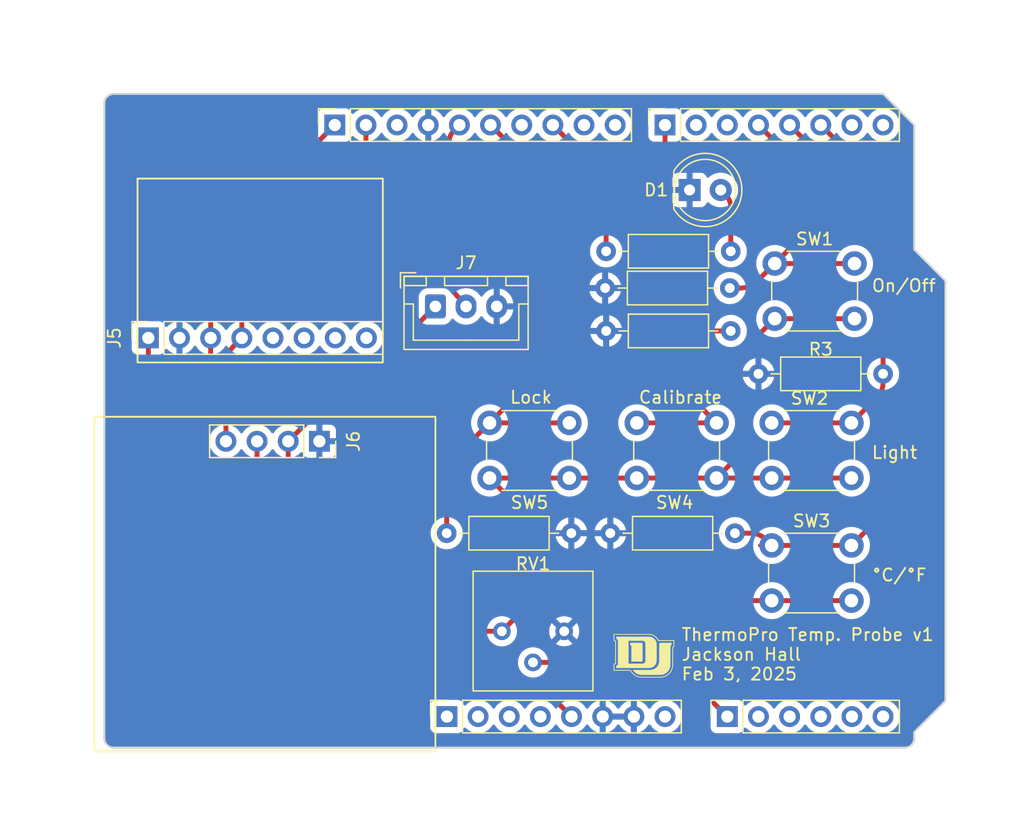
<source format=kicad_pcb>
(kicad_pcb (version 20240108) (generator "pcbnew") (generator_version "8.0")
  (title_block (date "mar. 31 mars 2015"))
  (layers (0 "F.Cu" signal) (31 "B.Cu" signal) (34 "B.Paste" user) (35 "F.Paste" user) (36 "B.SilkS" user "B.Silkscreen") (37 "F.SilkS" user "F.Silkscreen") (38 "B.Mask" user) (39 "F.Mask" user) (44 "Edge.Cuts" user))
  (net 0 "")
  (net 1 "GND")
  (net 3 "+5V")
  (net 4 "/IOREF")
  (net 5 "/A1")
  (net 6 "/A2")
  (net 7 "/A3")
  (net 8 "/SDA{slash}A4")
  (net 9 "/SCL{slash}A5")
  (net 10 "/AREF")
  (net 11 "/*11")
  (net 12 "/*9")
  (net 13 "/*6")
  (net 14 "/TX{slash}1")
  (net 15 "/RX{slash}0")
  (net 16 "+3V3")
  (net 17 "VCC")
  (net 18 "/~{RESET}")
  (net 19 "/I2C_SCL")
  (net 20 "/I2C_SDA")
  (net 24 "unconnected-(J5-Pin_8-Pad8)")
  (net 25 "Net-(D1-A)")
  (net 26 "/TEMP_DIGITAL")
  (net 27 "/LED_LIGHT")
  (net 28 "/BUTTON_ON{slash}OFF")
  (net 29 "/BUTTON_LIGHT")
  (net 30 "/BUTTON_UNIT")
  (net 31 "/BUTTON_CAL")
  (net 32 "/BUTTON_LOCK")
  (net 33 "/TEMP_SENSOR")
  (net 34 "/*5")
  (net 35 "/8")
  (footprint "Connector_PinSocket_2.54mm:PinSocket_1x08_P2.54mm_Vertical" (layer "F.Cu") (at 127.94 97.46 90)
    (property "Reference" "J1" (hide yes))
    (property "Value" "Power")
    (pad "1" thru_hole rect (at 0 0 90) (size 1.7 1.7) (drill 1) (layers "*.Cu" "*.Mask"))
    (pad "2" thru_hole oval (at 0 2.54 90) (size 1.7 1.7) (drill 1) (layers "*.Cu" "*.Mask") (net 4 "/IOREF"))
    (pad "3" thru_hole oval (at 0 5.08 90) (size 1.7 1.7) (drill 1) (layers "*.Cu" "*.Mask") (net 18 "/~{RESET}"))
    (pad "4" thru_hole oval (at 0 7.62 90) (size 1.7 1.7) (drill 1) (layers "*.Cu" "*.Mask") (net 16 "+3V3"))
    (pad "5" thru_hole oval (at 0 10.16 90) (size 1.7 1.7) (drill 1) (layers "*.Cu" "*.Mask") (net 3 "+5V"))
    (pad "6" thru_hole oval (at 0 12.7 90) (size 1.7 1.7) (drill 1) (layers "*.Cu" "*.Mask") (net 1 "GND"))
    (pad "7" thru_hole oval (at 0 15.24 90) (size 1.7 1.7) (drill 1) (layers "*.Cu" "*.Mask") (net 1 "GND"))
    (pad "8" thru_hole oval (at 0 17.78 90) (size 1.7 1.7) (drill 1) (layers "*.Cu" "*.Mask") (net 17 "VCC"))
  )
  (footprint "Connector_PinSocket_2.54mm:PinSocket_1x06_P2.54mm_Vertical" (layer "F.Cu") (at 150.8 97.46 90)
    (property "Reference" "J3" (hide yes))
    (property "Value" "Analog")
    (pad "1" thru_hole rect (at 0 0 90) (size 1.7 1.7) (drill 1) (layers "*.Cu" "*.Mask") (net 33 "/TEMP_SENSOR"))
    (pad "2" thru_hole oval (at 0 2.54 90) (size 1.7 1.7) (drill 1) (layers "*.Cu" "*.Mask") (net 5 "/A1"))
    (pad "3" thru_hole oval (at 0 5.08 90) (size 1.7 1.7) (drill 1) (layers "*.Cu" "*.Mask") (net 6 "/A2"))
    (pad "4" thru_hole oval (at 0 7.62 90) (size 1.7 1.7) (drill 1) (layers "*.Cu" "*.Mask") (net 7 "/A3"))
    (pad "5" thru_hole oval (at 0 10.16 90) (size 1.7 1.7) (drill 1) (layers "*.Cu" "*.Mask") (net 8 "/SDA{slash}A4"))
    (pad "6" thru_hole oval (at 0 12.7 90) (size 1.7 1.7) (drill 1) (layers "*.Cu" "*.Mask") (net 9 "/SCL{slash}A5"))
  )
  (footprint "Connector_PinSocket_2.54mm:PinSocket_1x10_P2.54mm_Vertical" (layer "F.Cu") (at 118.796 49.2 90)
    (property "Reference" "J2" (hide yes))
    (property "Value" "Digital/PWM")
    (pad "1" thru_hole rect (at 0 0 90) (size 1.7 1.7) (drill 1) (layers "*.Cu" "*.Mask") (net 19 "/I2C_SCL"))
    (pad "2" thru_hole oval (at 0 2.54 90) (size 1.7 1.7) (drill 1) (layers "*.Cu" "*.Mask") (net 20 "/I2C_SDA"))
    (pad "3" thru_hole oval (at 0 5.08 90) (size 1.7 1.7) (drill 1) (layers "*.Cu" "*.Mask") (net 10 "/AREF"))
    (pad "4" thru_hole oval (at 0 7.62 90) (size 1.7 1.7) (drill 1) (layers "*.Cu" "*.Mask") (net 1 "GND"))
    (pad "5" thru_hole oval (at 0 10.16 90) (size 1.7 1.7) (drill 1) (layers "*.Cu" "*.Mask") (net 26 "/TEMP_DIGITAL"))
    (pad "6" thru_hole oval (at 0 12.7 90) (size 1.7 1.7) (drill 1) (layers "*.Cu" "*.Mask") (net 32 "/BUTTON_LOCK"))
    (pad "7" thru_hole oval (at 0 15.24 90) (size 1.7 1.7) (drill 1) (layers "*.Cu" "*.Mask") (net 11 "/*11"))
    (pad "8" thru_hole oval (at 0 17.78 90) (size 1.7 1.7) (drill 1) (layers "*.Cu" "*.Mask") (net 27 "/LED_LIGHT"))
    (pad "9" thru_hole oval (at 0 20.32 90) (size 1.7 1.7) (drill 1) (layers "*.Cu" "*.Mask") (net 12 "/*9"))
    (pad "10" thru_hole oval (at 0 22.86 90) (size 1.7 1.7) (drill 1) (layers "*.Cu" "*.Mask") (net 35 "/8"))
  )
  (footprint "Connector_PinSocket_2.54mm:PinSocket_1x08_P2.54mm_Vertical" (layer "F.Cu") (at 145.72 49.2 90)
    (property "Reference" "J4" (hide yes))
    (property "Value" "Digital/PWM")
    (pad "1" thru_hole rect (at 0 0 90) (size 1.7 1.7) (drill 1) (layers "*.Cu" "*.Mask") (net 31 "/BUTTON_CAL"))
    (pad "2" thru_hole oval (at 0 2.54 90) (size 1.7 1.7) (drill 1) (layers "*.Cu" "*.Mask") (net 13 "/*6"))
    (pad "3" thru_hole oval (at 0 5.08 90) (size 1.7 1.7) (drill 1) (layers "*.Cu" "*.Mask") (net 34 "/*5"))
    (pad "4" thru_hole oval (at 0 7.62 90) (size 1.7 1.7) (drill 1) (layers "*.Cu" "*.Mask") (net 28 "/BUTTON_ON{slash}OFF"))
    (pad "5" thru_hole oval (at 0 10.16 90) (size 1.7 1.7) (drill 1) (layers "*.Cu" "*.Mask") (net 29 "/BUTTON_LIGHT"))
    (pad "6" thru_hole oval (at 0 12.7 90) (size 1.7 1.7) (drill 1) (layers "*.Cu" "*.Mask") (net 30 "/BUTTON_UNIT"))
    (pad "7" thru_hole oval (at 0 15.24 90) (size 1.7 1.7) (drill 1) (layers "*.Cu" "*.Mask") (net 14 "/TX{slash}1"))
    (pad "8" thru_hole oval (at 0 17.78 90) (size 1.7 1.7) (drill 1) (layers "*.Cu" "*.Mask") (net 15 "/RX{slash}0"))
  )
  (footprint "Button_Switch_THT:SW_PUSH_6mm" (layer "F.Cu") (at 154.42 73.5)
    (property "Reference" "SW2" (at 3.08 -2 0) (layer "F.SilkS"))
    (property "Value" "SW_SPST" (hide yes))
    (pad "1" thru_hole circle (at 0 0 90) (size 2 2) (drill 1.1) (layers "*.Cu" "*.Mask") (net 29 "/BUTTON_LIGHT"))
    (pad "1" thru_hole circle (at 6.5 0 90) (size 2 2) (drill 1.1) (layers "*.Cu" "*.Mask") (net 29 "/BUTTON_LIGHT"))
    (pad "2" thru_hole circle (at 0 4.5 90) (size 2 2) (drill 1.1) (layers "*.Cu" "*.Mask") (net 3 "+5V"))
    (pad "2" thru_hole circle (at 6.5 4.5 90) (size 2 2) (drill 1.1) (layers "*.Cu" "*.Mask") (net 3 "+5V"))
  )
  (footprint "Button_Switch_THT:SW_PUSH_6mm" (layer "F.Cu") (at 143.42 73.5)
    (property "Reference" "SW4" (at 3.08 6.5 0) (layer "F.SilkS"))
    (property "Value" "SW_SPST" (hide yes))
    (pad "1" thru_hole circle (at 0 0 90) (size 2 2) (drill 1.1) (layers "*.Cu" "*.Mask") (net 31 "/BUTTON_CAL"))
    (pad "1" thru_hole circle (at 6.5 0 90) (size 2 2) (drill 1.1) (layers "*.Cu" "*.Mask") (net 31 "/BUTTON_CAL"))
    (pad "2" thru_hole circle (at 0 4.5 90) (size 2 2) (drill 1.1) (layers "*.Cu" "*.Mask") (net 3 "+5V"))
    (pad "2" thru_hole circle (at 6.5 4.5 90) (size 2 2) (drill 1.1) (layers "*.Cu" "*.Mask") (net 3 "+5V"))
  )
  (footprint "Potentiometer_THT:Potentiometer_Bourns_3386P_Vertical" (layer "F.Cu") (at 132.42 90.5 -90)
    (property "Reference" "RV1" (at -5.5 -2.54 180) (layer "F.SilkS"))
    (property "Value" "R_Potentiometer")
    (pad "1" thru_hole circle (at 0 0 270) (size 1.44 1.44) (drill 0.8) (layers "*.Cu" "*.Mask") (net 3 "+5V"))
    (pad "2" thru_hole circle (at 2.54 -2.54 270) (size 1.44 1.44) (drill 0.8) (layers "*.Cu" "*.Mask") (net 33 "/TEMP_SENSOR"))
    (pad "3" thru_hole circle (at 0 -5.08 270) (size 1.44 1.44) (drill 0.8) (layers "*.Cu" "*.Mask") (net 1 "GND"))
  )
  (footprint "Button_Switch_THT:SW_PUSH_6mm" (layer "F.Cu") (at 131.42 73.5)
    (property "Reference" "SW5" (at 3.25 6.5 0) (layer "F.SilkS"))
    (property "Value" "SW_SPST" (hide yes))
    (pad "1" thru_hole circle (at 0 0 90) (size 2 2) (drill 1.1) (layers "*.Cu" "*.Mask") (net 32 "/BUTTON_LOCK"))
    (pad "1" thru_hole circle (at 6.5 0 90) (size 2 2) (drill 1.1) (layers "*.Cu" "*.Mask") (net 32 "/BUTTON_LOCK"))
    (pad "2" thru_hole circle (at 0 4.5 90) (size 2 2) (drill 1.1) (layers "*.Cu" "*.Mask") (net 3 "+5V"))
    (pad "2" thru_hole circle (at 6.5 4.5 90) (size 2 2) (drill 1.1) (layers "*.Cu" "*.Mask") (net 3 "+5V"))
  )
  (footprint "Connector_JST:JST_XH_B3B-XH-A_1x03_P2.50mm_Vertical" (layer "F.Cu") (at 127 64)
    (property "Reference" "J7" (at 2.5 -3.55 0) (layer "F.SilkS"))
    (property "Value" "CONN_TEMP")
    (pad "1" thru_hole roundrect (at 0 0) (size 1.7 1.95) (drill 0.95) (layers "*.Cu" "*.Mask") (roundrect_rratio 0.147059) (net 3 "+5V"))
    (pad "2" thru_hole oval (at 2.5 0) (size 1.7 1.95) (drill 0.95) (layers "*.Cu" "*.Mask") (net 26 "/TEMP_DIGITAL"))
    (pad "3" thru_hole oval (at 5 0) (size 1.7 1.95) (drill 0.95) (layers "*.Cu" "*.Mask") (net 1 "GND"))
  )
  (footprint "LED_THT:LED_D5.0mm" (layer "F.Cu") (at 147.725 54.5)
    (property "Reference" "D1" (at -2.725 0 0) (layer "F.SilkS"))
    (property "Value" "LED")
    (pad "1" thru_hole rect (at 0 0) (size 1.8 1.8) (drill 0.9) (layers "*.Cu" "*.Mask") (net 1 "GND"))
    (pad "2" thru_hole circle (at 2.54 0) (size 1.8 1.8) (drill 0.9) (layers "*.Cu" "*.Mask") (net 25 "Net-(D1-A)"))
  )
  (footprint "Resistor_THT:R_Axial_DIN0207_L6.3mm_D2.5mm_P10.16mm_Horizontal" (layer "F.Cu") (at 140.92 59.5)
    (property "Reference" "R1" (hide yes))
    (property "Value" "100k" (hide yes))
    (pad "1" thru_hole circle (at 0 0) (size 1.6 1.6) (drill 0.8) (layers "*.Cu" "*.Mask") (net 27 "/LED_LIGHT"))
    (pad "2" thru_hole oval (at 10.16 0) (size 1.6 1.6) (drill 0.8) (layers "*.Cu" "*.Mask") (net 25 "Net-(D1-A)"))
  )
  (footprint "Connector_PinSocket_2.54mm:PinSocket_1x04_P2.54mm_Vertical" (layer "F.Cu") (at 117.54 75 -90)
    (property "Reference" "J6" (at 0 -2.77 90) (layer "F.SilkS"))
    (property "Value" "Connector Display")
    (pad "1" thru_hole rect (at 0 0 270) (size 1.7 1.7) (drill 1) (layers "*.Cu" "*.Mask") (net 1 "GND"))
    (pad "2" thru_hole oval (at 0 2.54 270) (size 1.7 1.7) (drill 1) (layers "*.Cu" "*.Mask") (net 3 "+5V"))
    (pad "3" thru_hole oval (at 0 5.08 270) (size 1.7 1.7) (drill 1) (layers "*.Cu" "*.Mask") (net 19 "/I2C_SCL"))
    (pad "4" thru_hole oval (at 0 7.62 270) (size 1.7 1.7) (drill 1) (layers "*.Cu" "*.Mask") (net 20 "/I2C_SDA"))
  )
  (footprint "LOGO" (layer "F.Cu") (at 144 92.5)
    (property "Reference" "G***" (hide yes))
    (property "Value" "LOGO" (hide yes))
  )
  (footprint "Resistor_THT:R_Axial_DIN0207_L6.3mm_D2.5mm_P10.16mm_Horizontal" (layer "F.Cu") (at 151.42 82.5 180)
    (property "Reference" "R4" (hide yes))
    (property "Value" "2 x 100k")
    (pad "1" thru_hole circle (at 0 0 180) (size 1.6 1.6) (drill 0.8) (layers "*.Cu" "*.Mask") (net 30 "/BUTTON_UNIT"))
    (pad "2" thru_hole oval (at 10.16 0 180) (size 1.6 1.6) (drill 0.8) (layers "*.Cu" "*.Mask") (net 1 "GND"))
  )
  (footprint "Resistor_THT:R_Axial_DIN0207_L6.3mm_D2.5mm_P10.16mm_Horizontal" (layer "F.Cu") (at 163.5 69.5 180)
    (property "Reference" "R3" (at 5.08 2 0) (layer "F.SilkS"))
    (property "Value" "100k" (hide yes))
    (pad "1" thru_hole circle (at 0 0 180) (size 1.6 1.6) (drill 0.8) (layers "*.Cu" "*.Mask") (net 29 "/BUTTON_LIGHT"))
    (pad "2" thru_hole oval (at 10.16 0 180) (size 1.6 1.6) (drill 0.8) (layers "*.Cu" "*.Mask") (net 1 "GND"))
  )
  (footprint "Resistor_THT:R_Axial_DIN0207_L6.3mm_D2.5mm_P10.16mm_Horizontal" (layer "F.Cu") (at 151 62.5 180)
    (property "Reference" "R2" (hide yes))
    (property "Value" "100k" (hide yes))
    (pad "1" thru_hole circle (at 0 0 180) (size 1.6 1.6) (drill 0.8) (layers "*.Cu" "*.Mask") (net 28 "/BUTTON_ON{slash}OFF"))
    (pad "2" thru_hole oval (at 10.16 0 180) (size 1.6 1.6) (drill 0.8) (layers "*.Cu" "*.Mask") (net 1 "GND"))
  )
  (footprint "Resistor_THT:R_Axial_DIN0207_L6.3mm_D2.5mm_P10.16mm_Horizontal" (layer "F.Cu") (at 127.92 82.5)
    (property "Reference" "R6" (hide yes))
    (property "Value" "100k" (hide yes))
    (pad "1" thru_hole circle (at 0 0) (size 1.6 1.6) (drill 0.8) (layers "*.Cu" "*.Mask") (net 32 "/BUTTON_LOCK"))
    (pad "2" thru_hole oval (at 10.16 0) (size 1.6 1.6) (drill 0.8) (layers "*.Cu" "*.Mask") (net 1 "GND"))
  )
  (footprint "Button_Switch_THT:SW_PUSH_6mm" (layer "F.Cu") (at 154.67 60.5)
    (property "Reference" "SW1" (at 3.25 -2 0) (layer "F.SilkS"))
    (property "Value" "SW_SPST" (hide yes))
    (pad "1" thru_hole circle (at 0 0 90) (size 2 2) (drill 1.1) (layers "*.Cu" "*.Mask") (net 28 "/BUTTON_ON{slash}OFF"))
    (pad "1" thru_hole circle (at 6.5 0 90) (size 2 2) (drill 1.1) (layers "*.Cu" "*.Mask") (net 28 "/BUTTON_ON{slash}OFF"))
    (pad "2" thru_hole circle (at 0 4.5 90) (size 2 2) (drill 1.1) (layers "*.Cu" "*.Mask") (net 3 "+5V"))
    (pad "2" thru_hole circle (at 6.5 4.5 90) (size 2 2) (drill 1.1) (layers "*.Cu" "*.Mask") (net 3 "+5V"))
  )
  (footprint "Resistor_THT:R_Axial_DIN0207_L6.3mm_D2.5mm_P10.16mm_Horizontal" (layer "F.Cu") (at 151.08 66 180)
    (property "Reference" "R5" (hide yes))
    (property "Value" "3 x 100k")
    (pad "1" thru_hole circle (at 0 0 180) (size 1.6 1.6) (drill 0.8) (layers "*.Cu" "*.Mask") (net 31 "/BUTTON_CAL"))
    (pad "2" thru_hole oval (at 10.16 0 180) (size 1.6 1.6) (drill 0.8) (layers "*.Cu" "*.Mask") (net 1 "GND"))
  )
  (footprint "Button_Switch_THT:SW_PUSH_6mm" (layer "F.Cu") (at 154.42 83.5)
    (property "Reference" "SW3" (at 3.25 -2 0) (layer "F.SilkS"))
    (property "Value" "SW_SPST" (hide yes))
    (pad "1" thru_hole circle (at 0 0 90) (size 2 2) (drill 1.1) (layers "*.Cu" "*.Mask") (net 30 "/BUTTON_UNIT"))
    (pad "1" thru_hole circle (at 6.5 0 90) (size 2 2) (drill 1.1) (layers "*.Cu" "*.Mask") (net 30 "/BUTTON_UNIT"))
    (pad "2" thru_hole circle (at 0 4.5 90) (size 2 2) (drill 1.1) (layers "*.Cu" "*.Mask") (net 3 "+5V"))
    (pad "2" thru_hole circle (at 6.5 4.5 90) (size 2 2) (drill 1.1) (layers "*.Cu" "*.Mask") (net 3 "+5V"))
  )
  (footprint "Connector_PinSocket_2.54mm:PinSocket_1x08_P2.54mm_Vertical" (layer "F.Cu") (at 103.595 66.570238 90)
    (property "Reference" "J5" (at 0 -2.77 90) (layer "F.SilkS"))
    (property "Value" "CONN_GYRO")
    (pad "1" thru_hole rect (at 0 0 90) (size 1.7 1.7) (drill 1) (layers "*.Cu" "*.Mask") (net 3 "+5V"))
    (pad "2" thru_hole oval (at 0 2.54 90) (size 1.7 1.7) (drill 1) (layers "*.Cu" "*.Mask") (net 1 "GND"))
    (pad "3" thru_hole oval (at 0 5.08 90) (size 1.7 1.7) (drill 1) (layers "*.Cu" "*.Mask") (net 19 "/I2C_SCL"))
    (pad "4" thru_hole oval (at 0 7.62 90) (size 1.7 1.7) (drill 1) (layers "*.Cu" "*.Mask") (net 20 "/I2C_SDA"))
    (pad "5" thru_hole oval (at 0 10.16 90) (size 1.7 1.7) (drill 1) (layers "*.Cu" "*.Mask"))
    (pad "6" thru_hole oval (at 0 12.7 90) (size 1.7 1.7) (drill 1) (layers "*.Cu" "*.Mask"))
    (pad "7" thru_hole oval (at 0 15.24 90) (size 1.7 1.7) (drill 1) (layers "*.Cu" "*.Mask"))
    (pad "8" thru_hole oval (at 0 17.78 90) (size 1.7 1.7) (drill 1) (layers "*.Cu" "*.Mask") (net 24 "unconnected-(J5-Pin_8-Pad8)"))
  )
  (gr_rect (start 102.715 53.570238) (end 122.715 68.570238) (stroke (width 0.15)) (fill none) (layer "F.SilkS"))
  (gr_rect (start 99.2 73) (end 127 100.3) (stroke (width 0.15)) (fill none) (layer "F.SilkS"))
  (gr_line (start 166.04 59.36) (end 168.58 61.9) (stroke (width 0.15)) (layer "Edge.Cuts"))
  (gr_line (start 100 99.238) (end 100 47.422) (stroke (width 0.15)) (layer "Edge.Cuts"))
  (gr_line (start 168.58 61.9) (end 168.58 96.19) (stroke (width 0.15)) (layer "Edge.Cuts"))
  (gr_line (start 165.278 100) (end 100.762 100) (stroke (width 0.15)) (layer "Edge.Cuts"))
  (gr_line (start 100.762 46.66) (end 163.5 46.66) (stroke (width 0.15)) (layer "Edge.Cuts"))
  (gr_arc (start 100.762 100) (mid 100.223185 99.776815) (end 100 99.238) (stroke (width 0.15)) (layer "Edge.Cuts"))
  (gr_line (start 168.58 96.19) (end 166.04 98.73) (stroke (width 0.15)) (layer "Edge.Cuts"))
  (gr_line (start 163.5 46.66) (end 166.04 49.2) (stroke (width 0.15)) (layer "Edge.Cuts"))
  (gr_arc (start 166.04 99.238) (mid 165.816815 99.776815) (end 165.278 100) (stroke (width 0.15)) (layer "Edge.Cuts"))
  (gr_line (start 166.04 49.2) (end 166.04 59.36) (stroke (width 0.15)) (layer "Edge.Cuts"))
  (gr_line (start 166.04 98.73) (end 166.04 99.238) (stroke (width 0.15)) (layer "Edge.Cuts"))
  (gr_arc (start 100 47.422) (mid 100.223185 46.883185) (end 100.762 46.66) (stroke (width 0.15)) (layer "Edge.Cuts"))
  (gr_text "­°C/­°F" (at 162.5 86.5 0) (layer "F.SilkS") (effects (font (size 1 1)) (justify left bottom)))
  (gr_text "ThermoPro Temp. Probe v1\nJackson Hall\nFeb 3, 2025\n\n" (at 146.99 96.19 0) (layer "F.SilkS") (effects (font (size 1 1)) (justify left bottom)))
  (gr_text "Light" (at 162.5 76.5 0) (layer "F.SilkS") (effects (font (size 1 1)) (justify left bottom)))
  (gr_text "Lock" (at 133 72 0) (layer "F.SilkS") (effects (font (size 1 1)) (justify left bottom)))
  (gr_text "Calibrate\n" (at 143.5 72 0) (layer "F.SilkS") (effects (font (size 1 1)) (justify left bottom)))
  (gr_text "On/Off\n\n" (at 162.5 64.5 0) (layer "F.SilkS") (effects (font (size 1 1)) (justify left bottom)))
  (segment (start 154.42 78) (end 160.92 78) (width 0.4) (layer "F.Cu") (net 3))
  (segment (start 137.92 78) (end 143.42 78) (width 0.4) (layer "F.Cu") (net 3))
  (segment (start 154.42 88) (end 160.92 88) (width 0.4) (layer "F.Cu") (net 3))
  (segment (start 139.540005 87.999998) (end 136.459996 87.999989) (width 0.4) (layer "F.Cu") (net 3))
  (segment (start 130.462084 92.487082) (end 130.4675 92.4525) (width 0.25) (layer "F.Cu") (net 3))
  (segment (start 149.92 78) (end 150.959996 76.959998) (width 0.4) (layer "F.Cu") (net 3))
  (segment (start 115.000011 79.499996) (end 115.000008 78.249999) (width 0.4) (layer "F.Cu") (net 3))
  (segment (start 154.42 88) (end 141.58 88) (width 0.4) (layer "F.Cu") (net 3))
  (segment (start 115.000008 77.75) (end 115.000008 78.249999) (width 0.4) (layer "F.Cu") (net 3))
  (segment (start 133 95) (end 130.546416 92.546416) (width 0.4) (layer "F.Cu") (net 3))
  (segment (start 138.1 97.1) (end 138 97) (width 0.25) (layer "F.Cu") (net 3))
  (segment (start 120.853553 70.146447) (end 127 64) (width 0.4) (layer "F.Cu") (net 3))
  (segment (start 127.25 92.5) (end 128 92.5) (width 0.4) (layer "F.Cu") (net 3))
  (segment (start 154.42 78) (end 152.84 78) (width 0.4) (layer "F.Cu") (net 3))
  (segment (start 131.42 78) (end 134.50085 81.080849) (width 0.4) (layer "F.Cu") (net 3))
  (segment (start 107.700591 80.5) (end 109.878667 80.5) (width 0.4) (layer "F.Cu") (net 3))
  (segment (start 149.92 78) (end 143.42 78) (width 0.4) (layer "F.Cu") (net 3))
  (segment (start 134.387496 88.532491) (end 133.322497 89.597502) (width 0.4) (layer "F.Cu") (net 3))
  (segment (start 154.67 65) (end 161.17 65) (width 0.4) (layer "F.Cu") (net 3))
  (segment (start 130.459374 92.524374) (end 130.45125 92.51625) (width 0.4) (layer "F.Cu") (net 3))
  (segment (start 133.322497 89.597502) (end 132.42 90.5) (width 0.4) (layer "F.Cu") (net 3))
  (segment (start 152.84 78) (end 152.42 78) (width 0.4) (layer "F.Cu") (net 3))
  (segment (start 131.42 78) (end 137.92 78) (width 0.4) (layer "F.Cu") (net 3))
  (segment (start 141.46 88) (end 141.46 88) (width 0.4) (layer "F.Cu") (net 3))
  (segment (start 141.5 88) (end 141.46 88) (width 0.4) (layer "F.Cu") (net 3))
  (segment (start 154.67 65) (end 151.647001 68.022997) (width 0.4) (layer "F.Cu") (net 3))
  (segment (start 129.228374 92.510815) (end 130.421665 92.521355) (width 0.4) (layer "F.Cu") (net 3))
  (segment (start 150.999998 69.792894) (end 150.999998 69.585) (width 0.4) (layer "F.Cu") (net 3))
  (segment (start 127.625002 92.499994) (end 128.75 92.5) (width 0.4) (layer "F.Cu") (net 3))
  (segment (start 141.5 88) (end 141.58 88) (width 0.4) (layer "F.Cu") (net 3))
  (segment (start 151.999997 72.207106) (end 151.999994 74.449215) (width 0.4) (layer "F.Cu") (net 3))
  (segment (start 138.1 97.46) (end 138.1 97.1) (width 0.25) (layer "F.Cu") (net 3))
  (segment (start 130.546416 92.546416) (end 130.481419 92.546416) (width 0.4) (layer "F.Cu") (net 3))
  (segment (start 141.5 88) (end 141.46 88) (width 0.4) (layer "F.Cu") (net 3))
  (segment (start 115.000008 77.500011) (end 115.000008 77.75) (width 0.4) (layer "F.Cu") (net 3))
  (segment (start 141.46 88) (end 139.540005 87.999998) (width 0.4) (layer "F.Cu") (net 3))
  (segment (start 152 78) (end 151.58 78) (width 0.4) (layer "F.Cu") (net 3))
  (segment (start 152.42 78) (end 152 78) (width 0.4) (layer "F.Cu") (net 3))
  (segment (start 141.46 88) (end 141.46 88) (width 0.4) (layer "F.Cu") (net 3))
  (segment (start 115 77.499987) (end 115.000008 77.500006) (width 0.4) (layer "F.Cu") (net 3))
  (segment (start 130.467499 92.521009) (end 130.4675 92.509519) (width 0.4) (layer "F.Cu") (net 3))
  (segment (start 115 75) (end 119.146446 70.853553) (width 0.4) (layer "F.Cu") (net 3))
  (segment (start 138.1 97.46) (end 135.64 95) (width 0.4) (layer "F.Cu") (net 3))
  (segment (start 131.21 90.5) (end 132.42 90.5) (width 0.4) (layer "F.Cu") (net 3))
  (segment (start 135.710006 84.090723) (end 135.710006 83.999997) (width 0.4) (layer "F.Cu") (net 3))
  (segment (start 115 75) (end 115 77.499987) (width 0.4) (layer "F.Cu") (net 3))
  (segment (start 149.92 78) (end 151.58 78) (width 0.4) (layer "F.Cu") (net 3))
  (segment (start 116.060672 82.060649) (end 125.704511 91.704494) (width 0.4) (layer "F.Cu") (net 3))
  (segment (start 141.58 88) (end 141.5 88) (width 0.4) (layer "F.Cu") (net 3))
  (segment (start 103.595 76.394408) (end 103.595 66.570238) (width 0.4) (layer "F.Cu") (net 3))
  (segment (start 134.756114 95) (end 133 95) (width 0.4) (layer "F.Cu") (net 3))
  (segment (start 129.144411 91.355608) (end 128.868639 91.631387) (width 0.4) (layer "F.Cu") (net 3))
  (segment (start 136.459996 87.999989) (end 135.673064 87.999985) (width 0.4) (layer "F.Cu") (net 3))
  (segment (start 136.855006 86.854995) (end 136.911056 86.911046) (width 0.4) (layer "F.Cu") (net 3))
  (segment (start 141.46 88) (end 141.42 88) (width 0.4) (layer "F.Cu") (net 3))
  (segment (start 135.64 95) (end 134.756114 95) (width 0.4) (layer "F.Cu") (net 3))
  (segment (start 113.499996 78.999996) (end 114.999996 77.499997) (width 0.4) (layer "F.Cu") (net 3))
  (arc (start 120 70.5) (mid 120.461939 70.408115) (end 120.853553 70.146447) (width 0.4) (layer "F.Cu") (net 3))
  (arc (start 114.999996 77.499997) (mid 114.999998 77.499994) (end 115 77.499993) (width 0.4) (layer "F.Cu") (net 3))
  (arc (start 130.421665 92.521355) (mid 130.448248 92.511735) (end 130.462084 92.487082) (width 0.4) (layer "F.Cu") (net 3))
  (arc (start 135.710006 84.090723) (mid 136.007584 85.586735) (end 136.855006 86.854995) (width 0.4) (layer "F.Cu") (net 3))
  (arc (start 115.000011 79.499996) (mid 115.275669 80.885811) (end 116.060672 82.060649) (width 0.4) (layer "F.Cu") (net 3))
  (arc (start 134.50085 81.080849) (mid 135.395754 82.420165) (end 135.710006 83.999997) (width 0.4) (layer "F.Cu") (net 3))
  (arc (start 131.21 90.5) (mid 130.092108 90.722365) (end 129.144411 91.355608) (width 0.4) (layer "F.Cu") (net 3))
  (arc (start 113.499996 78.999996) (mid 111.838516 80.110161) (end 109.878667 80.5) (width 0.4) (layer "F.Cu") (net 3))
  (arc (start 115.000008 77.500006) (mid 115.000001 77.499999) (end 114.999996 77.499997) (width 0.4) (layer "F.Cu") (net 3))
  (arc (start 128.868639 91.631387) (mid 128.756103 92.19071) (end 129.228374 92.510815) (width 0.4) (layer "F.Cu") (net 3))
  (arc (start 115 77.499993) (mid 115.000005 77.500001) (end 115.000008 77.500011) (width 0.4) (layer "F.Cu") (net 3))
  (arc (start 120 70.5) (mid 119.53806 70.591885) (end 119.146446 70.853553) (width 0.4) (layer "F.Cu") (net 3))
  (arc (start 141.46 88) (mid 141.46 88) (end 141.46 88) (width 0.4) (layer "F.Cu") (net 3))
  (arc (start 150.999998 69.792894) (mid 151.129943 70.446175) (end 151.499998 71) (width 0.4) (layer "F.Cu") (net 3))
  (arc (start 103.595 76.394408) (mid 103.907519 77.96555) (end 104.7975 79.2975) (width 0.4) (layer "F.Cu") (net 3))
  (arc (start 115 77.499993) (mid 115 77.49999) (end 115 77.499987) (width 0.4) (layer "F.Cu") (net 3))
  (arc (start 141.46 88) (mid 141.46 88) (end 141.46 88) (width 0.4) (layer "F.Cu") (net 3))
  (arc (start 136.911056 86.911046) (mid 138.117227 87.716988) (end 139.540005 87.999998) (width 0.4) (layer "F.Cu") (net 3))
  (arc (start 130.481419 92.546416) (mid 130.454005 92.528011) (end 130.421665 92.521355) (width 0.4) (layer "F.Cu") (net 3))
  (arc (start 104.7975 79.2975) (mid 106.129449 80.18748) (end 107.700591 80.5) (width 0.4) (layer "F.Cu") (net 3))
  (arc (start 141.46 88) (mid 141.46 88) (end 141.46 88) (width 0.4) (layer "F.Cu") (net 3))
  (arc (start 130.459374 92.524374) (mid 130.46456 92.525406) (end 130.467499 92.521009) (width 0.4) (layer "F.Cu") (net 3))
  (arc (start 125.704511 91.704494) (mid 126.585639 92.293247) (end 127.625002 92.499994) (width 0.4) (layer "F.Cu") (net 3))
  (arc (start 130.462084 92.487082) (mid 130.464642 92.519065) (end 130.481419 92.546416) (width 0.25) (layer "F.Cu") (net 3))
  (arc (start 151.999994 74.449215) (mid 151.729706 75.80804) (end 150.959996 76.959998) (width 0.4) (layer "F.Cu") (net 3))
  (arc (start 151.647001 68.022997) (mid 151.168148 68.73965) (end 150.999998 69.585) (width 0.4) (layer "F.Cu") (net 3))
  (arc (start 151.499998 71) (mid 151.870052 71.553825) (end 151.999997 72.207106) (width 0.4) (layer "F.Cu") (net 3))
  (arc (start 141.5 88) (mid 141.5 88) (end 141.5 88) (width 0.4) (layer "F.Cu") (net 3))
  (arc (start 135.673064 87.999985) (mid 134.977317 88.138377) (end 134.387496 88.532491) (width 0.4) (layer "F.Cu") (net 3))
  (segment (start 107.148024 72.416149) (end 105.716966 73.847208) (width 0.4) (layer "F.Cu") (net 19))
  (segment (start 108.675 66.570238) (end 108.674982 61.574952) (width 0.4) (layer "F.Cu") (net 19))
  (segment (start 111.729999 77.769999) (end 111.738751 77.761247) (width 0.4) (layer "F.Cu") (net 19))
  (segment (start 108.675 68.729706) (end 108.675 66.570238) (width 0.4) (layer "F.Cu") (net 19))
  (segment (start 106.311295 77.311323) (end 105.716947 76.716973) (width 0.4) (layer "F.Cu") (net 19))
  (segment (start 110.268769 57.7272) (end 118.796 49.2) (width 0.4) (layer "F.Cu") (net 19))
  (segment (start 112.46 76.019999) (end 112.46 75) (width 0.4) (layer "F.Cu") (net 19))
  (segment (start 109.967622 78.500006) (end 109.181061 78.500011) (width 0.4) (layer "F.Cu") (net 19))
  (arc (start 112.46 76.019999) (mid 112.272553 76.962355) (end 111.738751 77.761247) (width 0.4) (layer "F.Cu") (net 19))
  (arc (start 105.12261 75.28209) (mid 105.277068 76.058643) (end 105.716947 76.716973) (width 0.4) (layer "F.Cu") (net 19))
  (arc (start 111.729999 77.769999) (mid 110.921413 78.31028) (end 109.967622 78.500006) (width 0.4) (layer "F.Cu") (net 19))
  (arc (start 108.675 68.729706) (mid 108.278151 70.724794) (end 107.148024 72.416149) (width 0.4) (layer "F.Cu") (net 19))
  (arc (start 106.311295 77.311323) (mid 107.627954 78.191086) (end 109.181061 78.500011) (width 0.4) (layer "F.Cu") (net 19))
  (arc (start 105.716966 73.847208) (mid 105.277082 74.505537) (end 105.12261 75.28209) (width 0.4) (layer "F.Cu") (net 19))
  (arc (start 110.268769 57.7272) (mid 109.08919 59.492563) (end 108.674982 61.574952) (width 0.4) (layer "F.Cu") (net 19))
  (segment (start 121.335996 50.836115) (end 121.336 49.2) (width 0.4) (layer "F.Cu") (net 20))
  (segment (start 109.92001 68.780943) (end 109.92 75) (width 0.4) (layer "F.Cu") (net 20))
  (segment (start 111.215009 64.581739) (end 111.215004 65.654537) (width 0.4) (layer "F.Cu") (net 20))
  (segment (start 120.179087 53.62914) (end 112.621097 61.187157) (width 0.4) (layer "F.Cu") (net 20))
  (arc (start 121.335996 50.836115) (mid 121.035323 52.347688) (end 120.179087 53.62914) (width 0.4) (layer "F.Cu") (net 20))
  (arc (start 112.621097 61.187157) (mid 111.580443 62.744605) (end 111.215009 64.581739) (width 0.4) (layer "F.Cu") (net 20))
  (arc (start 110.567506 67.21774) (mid 110.088289 67.934945) (end 109.92001 68.780943) (width 0.4) (layer "F.Cu") (net 20))
  (arc (start 111.215004 65.654537) (mid 111.046723 66.500535) (end 110.567506 67.21774) (width 0.4) (layer "F.Cu") (net 20))
  (segment (start 121.25 66.75) (end 121.375 66.625) (width 0.4) (layer "F.Cu") (net 24))
  (segment (start 151.079999 55.891291) (end 151.08 59.5) (width 0.4) (layer "F.Cu") (net 25))
  (segment (start 150.672499 54.9075) (end 150.265 54.5) (width 0.4) (layer "F.Cu") (net 25))
  (arc (start 150.672499 54.9075) (mid 150.974093 55.358867) (end 151.079999 55.891291) (width 0.4) (layer "F.Cu") (net 25))
  (segment (start 128.106 50.65104) (end 128.105998 61.495294) (width 0.4) (layer "F.Cu") (net 26))
  (segment (start 129.499998 63.9375) (end 129.5 64) (width 0.4) (layer "F.Cu") (net 26))
  (segment (start 128.531 49.625) (end 128.956 49.2) (width 0.4) (layer "F.Cu") (net 26))
  (segment (start 128.802996 63.178001) (end 129.455802 63.830807) (width 0.4) (layer "F.Cu") (net 26))
  (arc (start 128.531 49.625) (mid 128.216454 50.095751) (end 128.106 50.65104) (width 0.4) (layer "F.Cu") (net 26))
  (arc (start 128.105998 61.495294) (mid 128.287141 62.405968) (end 128.802996 63.178001) (width 0.4) (layer "F.Cu") (net 26))
  (arc (start 129.455802 63.830807) (mid 129.48851 63.879758) (end 129.499998 63.9375) (width 0.4) (layer "F.Cu") (net 26))
  (segment (start 136.414639 49.361384) (end 136.448774 49.327252) (width 0.4) (layer "F.Cu") (net 27))
  (segment (start 136.703222 49.327255) (end 139.326197 51.950214) (width 0.4) (layer "F.Cu") (net 27))
  (segment (start 136.703233 49.327233) (end 137.08 49.704) (width 0.25) (layer "F.Cu") (net 27))
  (segment (start 140.919996 55.797964) (end 140.92 59.5) (width 0.4) (layer "F.Cu") (net 27))
  (segment (start 136.321541 49.586119) (end 136.321534 49.717767) (width 0.4) (layer "F.Cu") (net 27))
  (arc (start 136.703233 49.327233) (mid 136.703233 49.327233) (end 136.703233 49.327233) (width 0.4) (layer "F.Cu") (net 27))
  (arc (start 139.326197 51.950214) (mid 140.50578 53.715575) (end 140.919996 55.797964) (width 0.4) (layer "F.Cu") (net 27))
  (arc (start 136.414639 49.361384) (mid 136.34574 49.464493) (end 136.321541 49.586119) (width 0.4) (layer "F.Cu") (net 27))
  (arc (start 136.703222 49.327255) (mid 136.575998 49.274556) (end 136.448774 49.327252) (width 0.4) (layer "F.Cu") (net 27))
  (segment (start 156.829742 52.689735) (end 153.34 49.2) (width 0.4) (layer "F.Cu") (net 28))
  (segment (start 156.829737 58.340261) (end 154.67 60.5) (width 0.4) (layer "F.Cu") (net 28))
  (segment (start 151.125069 62.625029) (end 151.25 62.75) (width 0.25) (layer "F.Cu") (net 28))
  (segment (start 154.67 60.5) (end 153.260382 61.909608) (width 0.4) (layer "F.Cu") (net 28))
  (segment (start 151.835066 62.500023) (end 151.176845 62.50005) (width 0.4) (layer "F.Cu") (net 28))
  (segment (start 154.67 60.5) (end 161.17 60.5) (width 0.4) (layer "F.Cu") (net 28))
  (arc (start 158.000003 55.514998) (mid 157.695859 57.044019) (end 156.829737 58.340261) (width 0.4) (layer "F.Cu") (net 28))
  (arc (start 151.176845 62.50005) (mid 151.109207 62.545243) (end 151.125069 62.625029) (width 0.4) (layer "F.Cu") (net 28))
  (arc (start 156.829742 52.689735) (mid 157.695863 53.985976) (end 158.000003 55.514998) (width 0.4) (layer "F.Cu") (net 28))
  (arc (start 153.260382 61.909608) (mid 152.606441 62.346563) (end 151.835066 62.500023) (width 0.4) (layer "F.Cu") (net 28))
  (segment (start 160.92 73.5) (end 162.997954 71.422044) (width 0.4) (layer "F.Cu") (net 29))
  (segment (start 154.46 73.5) (end 160.92 73.5) (width 0.4) (layer "F.Cu") (net 29))
  (segment (start 154.42 73.46) (end 154.42 73.42) (width 0.4) (layer "F.Cu") (net 29))
  (segment (start 163.499999 68.79) (end 163.499995 59.073965) (width 0.4) (layer "F.Cu") (net 29))
  (segment (start 163.499999 68.79) (end 163.5 70.209999) (width 0.4) (layer "F.Cu") (net 29))
  (segment (start 161.906202 55.226208) (end 155.88 49.2) (width 0.4) (layer "F.Cu") (net 29))
  (arc (start 163.5 70.209999) (mid 163.369522 70.865953) (end 162.997954 71.422044) (width 0.4) (layer "F.Cu") (net 29))
  (arc (start 161.906202 55.226208) (mid 163.085781 56.991574) (end 163.499995 59.073965) (width 0.4) (layer "F.Cu") (net 29))
  (arc (start 154.42 73.46) (mid 154.431715 73.488284) (end 154.46 73.5) (width 0.4) (layer "F.Cu") (net 29))
  (segment (start 165.499985 76.666028) (end 165.499994 58.533965) (width 0.4) (layer "F.Cu") (net 30))
  (segment (start 152.712892 82.5) (end 151.42 82.5) (width 0.4) (layer "F.Cu") (net 30))
  (segment (start 160.92 83.5) (end 154.670003 83.499996) (width 0.4) (layer "F.Cu") (net 30))
  (segment (start 154.42 83.749998) (end 154.42 84) (width 0.4) (layer "F.Cu") (net 30))
  (segment (start 154.169999 83.499997) (end 153.42 83.5) (width 0.25) (layer "F.Cu") (net 30))
  (segment (start 163.906195 80.51379) (end 160.92 83.5) (width 0.4) (layer "F.Cu") (net 30))
  (segment (start 153.92 82.999997) (end 154.243222 83.323218) (width 0.4) (layer "F.Cu") (net 30))
  (segment (start 163.906202 54.686208) (end 158.42 49.2) (width 0.4) (layer "F.Cu") (net 30))
  (arc (start 154.42 83.749998) (mid 154.346776 83.57322) (end 154.169999 83.499997) (width 0.4) (layer "F.Cu") (net 30))
  (arc (start 154.243222 83.323218) (mid 154.439031 83.454052) (end 154.670003 83.499996) (width 0.4) (layer "F.Cu") (net 30))
  (arc (start 154.169999 83.499997) (mid 154.26567 83.43607) (end 154.243222 83.323218) (width 0.25) (layer "F.Cu") (net 30))
  (arc (start 165.499985 76.666028) (mid 165.085772 78.74842) (end 163.906195 80.51379) (width 0.4) (layer "F.Cu") (net 30))
  (arc (start 154.670003 83.499996) (mid 154.493224 83.573219) (end 154.42 83.749998) (width 0.4) (layer "F.Cu") (net 30))
  (arc (start 163.906202 54.686208) (mid 165.085781 56.451574) (end 165.499994 58.533965) (width 0.4) (layer "F.Cu") (net 30))
  (arc (start 153.92 82.999997) (mid 153.366173 82.629944) (end 152.712892 82.5) (width 0.4) (layer "F.Cu") (net 30))
  (segment (start 145.72 65.119906) (end 145.720007 67.046027) (width 0.4) (layer "F.Cu") (net 31))
  (segment (start 149.771506 73.351494) (end 147.313806 70.893787) (width 0.4) (layer "F.Cu") (net 31))
  (segment (start 149.919996 73.28999) (end 149.92 73.08) (width 0.4) (layer "F.Cu") (net 31))
  (segment (start 145.719995 61.880085) (end 145.72 49.2) (width 0.4) (layer "F.Cu") (net 31))
  (segment (start 147.208835 64.988841) (end 146.865442 64.645447) (width 0.4) (layer "F.Cu") (net 31))
  (segment (start 149.649998 66.000003) (end 151.08 66) (width 0.4) (layer "F.Cu") (net 31))
  (segment (start 149.710001 73.49998) (end 143.42 73.5) (width 0.4) (layer "F.Cu") (net 31))
  (segment (start 145.72 65.119906) (end 145.719995 61.880085) (width 0.4) (layer "F.Cu") (net 31))
  (arc (start 145.719995 61.880085) (mid 146.017686 63.376687) (end 146.865442 64.645447) (width 0.4) (layer "F.Cu") (net 31))
  (arc (start 147.208835 64.988841) (mid 148.328849 65.737212) (end 149.649998 66.000003) (width 0.4) (layer "F.Cu") (net 31))
  (arc (start 149.771506 73.351494) (mid 149.866298 73.37035) (end 149.919996 73.28999) (width 0.4) (layer "F.Cu") (net 31))
  (arc (start 145.720007 67.046027) (mid 146.134225 69.128419) (end 147.313806 70.893787) (width 0.4) (layer "F.Cu") (net 31))
  (arc (start 149.919996 73.28999) (mid 149.858488 73.438475) (end 149.710001 73.49998) (width 0.4) (layer "F.Cu") (net 31))
  (arc (start 149.710001 73.49998) (mid 149.790361 73.446285) (end 149.771506 73.351494) (width 0.4) (layer "F.Cu") (net 31))
  (arc (start 146.865442 64.645447) (mid 146.134209 64.499995) (end 145.72 65.119906) (width 0.4) (layer "F.Cu") (net 31))
  (segment (start 131.42 73.5) (end 137.92 73.5) (width 0.4) (layer "F.Cu") (net 32))
  (segment (start 131.458 49.237998) (end 131.42 49.276) (width 0.4) (layer "F.Cu") (net 32))
  (segment (start 134.723884 52.427863) (end 131.534 49.237997) (width 0.4) (layer "F.Cu") (net 32))
  (segment (start 127.919985 79.253951) (end 127.92 82.5) (width 0.4) (layer "F.Cu") (net 32))
  (segment (start 131.42 73.5) (end 133.406196 71.513791) (width 0.4) (layer "F.Cu") (net 32))
  (segment (start 131.42 73.5) (end 129.513774 75.406206) (width 0.4) (layer "F.Cu") (net 32))
  (segment (start 134.999986 67.666028) (end 134.999998 52.601996) (width 0.4) (layer "F.Cu") (net 32))
  (arc (start 131.534 49.237997) (mid 131.496 49.222257) (end 131.458 49.237998) (width 0.4) (layer "F.Cu") (net 32))
  (arc (start 129.513774 75.406206) (mid 128.334192 77.171564) (end 127.919985 79.253951) (width 0.4) (layer "F.Cu") (net 32))
  (arc (start 134.999986 67.666028) (mid 134.585773 69.748421) (end 133.406196 71.513791) (width 0.4) (layer "F.Cu") (net 32))
  (arc (start 134.898003 52.499992) (mid 134.970125 52.529871) (end 134.999998 52.601996) (width 0.4) (layer "F.Cu") (net 32))
  (arc (start 134.723884 52.427863) (mid 134.80377 52.481243) (end 134.898003 52.499992) (width 0.4) (layer "F.Cu") (net 32))
  (segment (start 144.126033 93.040003) (end 134.96 93.04) (width 0.4) (layer "F.Cu") (net 33))
  (segment (start 147.973791 94.633795) (end 150.8 97.46) (width 0.4) (layer "F.Cu") (net 33))
  (arc (start 144.126033 93.040003) (mid 146.208424 93.454216) (end 147.973791 94.633795) (width 0.4) (layer "F.Cu") (net 33))
  (zone (net 1) (net_name "GND") (layer "B.Cu") (connect_pads (clearance 0.508)) (min_thickness 0.25) (fill yes (thermal_gap 0.5) (thermal_bridge_width 0.5))
    (polygon (pts (xy 91.5 40.5) (xy 175 39) (xy 172.5 106) (xy 93.5 105.5)))
  )
)
</source>
